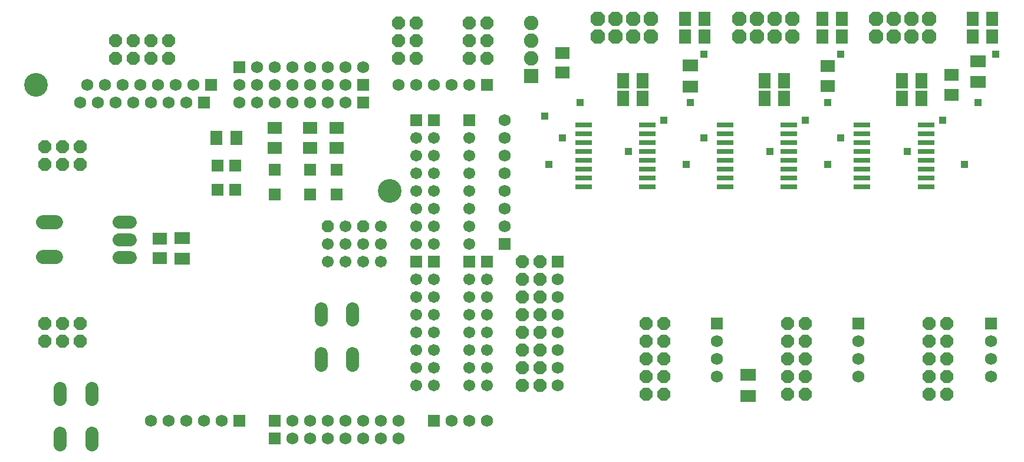
<source format=gts>
G75*
G70*
%OFA0B0*%
%FSLAX24Y24*%
%IPPOS*%
%LPD*%
%AMOC8*
5,1,8,0,0,1.08239X$1,22.5*
%
%ADD10C,0.1340*%
%ADD11R,0.0680X0.0680*%
%ADD12C,0.0680*%
%ADD13OC8,0.0670*%
%ADD14C,0.0670*%
%ADD15R,0.0670X0.0670*%
%ADD16R,0.0946X0.0316*%
%ADD17OC8,0.0820*%
%ADD18R,0.0710X0.0867*%
%ADD19R,0.0710X0.0789*%
%ADD20R,0.0789X0.0710*%
%ADD21R,0.0867X0.0671*%
%ADD22R,0.0820X0.0820*%
%ADD23C,0.0820*%
%ADD24OC8,0.0720*%
%ADD25R,0.0710X0.0790*%
%ADD26R,0.0790X0.0710*%
%ADD27R,0.0671X0.0671*%
%ADD28C,0.0790*%
%ADD29C,0.0720*%
%ADD30R,0.0436X0.0436*%
D10*
X021180Y016380D03*
X001180Y022380D03*
D11*
X010680Y021380D03*
X011080Y022380D03*
X012680Y023380D03*
X019680Y022380D03*
X019680Y021380D03*
X026680Y022380D03*
X027680Y013380D03*
X030680Y012380D03*
X039680Y008880D03*
X047680Y008880D03*
X055180Y008880D03*
X023680Y003380D03*
X014680Y003380D03*
X014680Y002380D03*
X012680Y003380D03*
D12*
X011680Y003380D03*
X010680Y003380D03*
X009680Y003380D03*
X008680Y003380D03*
X007680Y003380D03*
X015680Y003380D03*
X016680Y003380D03*
X017680Y003380D03*
X018680Y003380D03*
X019680Y003380D03*
X020680Y003380D03*
X021680Y003380D03*
X021680Y002380D03*
X020680Y002380D03*
X019680Y002380D03*
X018680Y002380D03*
X017680Y002380D03*
X016680Y002380D03*
X015680Y002380D03*
X024680Y003380D03*
X025680Y003380D03*
X026680Y003380D03*
X030680Y005380D03*
X030680Y006380D03*
X030680Y007380D03*
X030680Y008380D03*
X030680Y009380D03*
X030680Y010380D03*
X030680Y011380D03*
X027680Y014380D03*
X027680Y015380D03*
X027680Y016380D03*
X027680Y017380D03*
X027680Y018380D03*
X027680Y019380D03*
X027680Y020380D03*
X025680Y022380D03*
X024680Y022380D03*
X023680Y022380D03*
X022680Y022380D03*
X021680Y022380D03*
X019680Y023380D03*
X018680Y023380D03*
X017680Y023380D03*
X016680Y023380D03*
X015680Y023380D03*
X014680Y023380D03*
X013680Y023380D03*
X013680Y022380D03*
X012680Y022380D03*
X012680Y021380D03*
X013680Y021380D03*
X014680Y021380D03*
X015680Y021380D03*
X016680Y021380D03*
X017680Y021380D03*
X018680Y021380D03*
X018680Y022380D03*
X017680Y022380D03*
X016680Y022380D03*
X015680Y022380D03*
X014680Y022380D03*
X010080Y022380D03*
X009080Y022380D03*
X008080Y022380D03*
X007080Y022380D03*
X006080Y022380D03*
X005080Y022380D03*
X004080Y022380D03*
X003680Y021380D03*
X004680Y021380D03*
X005680Y021380D03*
X006680Y021380D03*
X007680Y021380D03*
X008680Y021380D03*
X009680Y021380D03*
X039680Y007880D03*
X039680Y006880D03*
X039680Y005880D03*
X047680Y005880D03*
X047680Y006880D03*
X047680Y007880D03*
X055180Y007880D03*
X055180Y006880D03*
X055180Y005880D03*
D13*
X019680Y014380D03*
X017680Y014380D03*
D14*
X018680Y014380D03*
X020680Y014380D03*
X020680Y013380D03*
X019680Y013380D03*
X018680Y013380D03*
X017680Y013380D03*
X017680Y012380D03*
X018680Y012380D03*
X019680Y012380D03*
X020680Y012380D03*
X022680Y013380D03*
X023680Y013380D03*
X025680Y013380D03*
X025680Y014380D03*
X025680Y015380D03*
X023680Y015380D03*
X022680Y015380D03*
X022680Y014380D03*
X023680Y014380D03*
X023680Y016380D03*
X022680Y016380D03*
X022680Y017380D03*
X023680Y017380D03*
X025680Y017380D03*
X025680Y016380D03*
X025680Y018380D03*
X025680Y019380D03*
X023680Y019380D03*
X022680Y019380D03*
X022680Y018380D03*
X023680Y018380D03*
X023680Y011380D03*
X022680Y011380D03*
X022680Y010380D03*
X023680Y010380D03*
X023680Y009380D03*
X022680Y009380D03*
X022680Y008380D03*
X023680Y008380D03*
X023680Y007380D03*
X022680Y007380D03*
X022680Y006380D03*
X023680Y006380D03*
X023680Y005380D03*
X022680Y005380D03*
X025680Y005380D03*
X026680Y005380D03*
X026680Y006380D03*
X025680Y006380D03*
X025680Y007380D03*
X026680Y007380D03*
X026680Y008380D03*
X025680Y008380D03*
X025680Y009380D03*
X026680Y009380D03*
X026680Y010380D03*
X025680Y010380D03*
X025680Y011380D03*
X026680Y011380D03*
D15*
X026680Y012380D03*
X025680Y012380D03*
X023680Y012380D03*
X022680Y012380D03*
X022680Y020380D03*
X023680Y020380D03*
X025680Y020380D03*
D16*
X032119Y020130D03*
X032119Y019630D03*
X032119Y019130D03*
X032119Y018630D03*
X032119Y018130D03*
X032119Y017630D03*
X032119Y017130D03*
X032119Y016630D03*
X035741Y016630D03*
X035741Y017130D03*
X035741Y017630D03*
X035741Y018130D03*
X035741Y018630D03*
X035741Y019130D03*
X035741Y019630D03*
X035741Y020130D03*
X040119Y020130D03*
X040119Y019630D03*
X040119Y019130D03*
X040119Y018630D03*
X040119Y018130D03*
X040119Y017630D03*
X040119Y017130D03*
X040119Y016630D03*
X043741Y016630D03*
X043741Y017130D03*
X043741Y017630D03*
X043741Y018130D03*
X043741Y018630D03*
X043741Y019130D03*
X043741Y019630D03*
X043741Y020130D03*
X047869Y020130D03*
X047869Y019630D03*
X047869Y019130D03*
X047869Y018630D03*
X047869Y018130D03*
X047869Y017630D03*
X047869Y017130D03*
X047869Y016630D03*
X051491Y016630D03*
X051491Y017130D03*
X051491Y017630D03*
X051491Y018130D03*
X051491Y018630D03*
X051491Y019130D03*
X051491Y019630D03*
X051491Y020130D03*
D17*
X051680Y025130D03*
X050680Y025130D03*
X049680Y025130D03*
X048680Y025130D03*
X048680Y026130D03*
X049680Y026130D03*
X050680Y026130D03*
X051680Y026130D03*
X043930Y026130D03*
X042930Y026130D03*
X041930Y026130D03*
X040930Y026130D03*
X040930Y025130D03*
X041930Y025130D03*
X042930Y025130D03*
X043930Y025130D03*
X035930Y025130D03*
X034930Y025130D03*
X033930Y025130D03*
X032930Y025130D03*
X032930Y026130D03*
X033930Y026130D03*
X034930Y026130D03*
X035930Y026130D03*
D18*
X035481Y022630D03*
X034379Y022630D03*
X034379Y021630D03*
X035481Y021630D03*
X042379Y021630D03*
X043481Y021630D03*
X043481Y022630D03*
X042379Y022630D03*
X050129Y022630D03*
X051231Y022630D03*
X051231Y021630D03*
X050129Y021630D03*
D19*
X046731Y025130D03*
X045629Y025130D03*
X045629Y026130D03*
X046731Y026130D03*
X038981Y026130D03*
X037879Y026130D03*
X037879Y025130D03*
X038981Y025130D03*
X054129Y025130D03*
X055231Y025130D03*
X055231Y026130D03*
X054129Y026130D03*
D20*
X045930Y023431D03*
X045930Y022329D03*
X030930Y023079D03*
X030930Y024181D03*
X008180Y013681D03*
X008180Y012579D03*
D21*
X009430Y012539D03*
X009430Y013721D03*
X038180Y022289D03*
X038180Y023471D03*
X054430Y023721D03*
X054430Y022539D03*
X041430Y005971D03*
X041430Y004789D03*
D22*
X029180Y022880D03*
D23*
X029180Y023880D03*
X029180Y024880D03*
X029180Y025880D03*
D24*
X026680Y025880D03*
X025680Y025880D03*
X025680Y024880D03*
X026680Y024880D03*
X026680Y023880D03*
X025680Y023880D03*
X022680Y023880D03*
X021680Y023880D03*
X021680Y024880D03*
X022680Y024880D03*
X022680Y025880D03*
X021680Y025880D03*
X008680Y024880D03*
X007680Y024880D03*
X006680Y024880D03*
X005680Y024880D03*
X005680Y023880D03*
X006680Y023880D03*
X007680Y023880D03*
X008680Y023880D03*
X003680Y018880D03*
X002680Y018880D03*
X001680Y018880D03*
X001680Y017880D03*
X002680Y017880D03*
X003680Y017880D03*
X003680Y008880D03*
X002680Y008880D03*
X001680Y008880D03*
X001680Y007880D03*
X002680Y007880D03*
X003680Y007880D03*
X028680Y007380D03*
X029680Y007380D03*
X029680Y008380D03*
X028680Y008380D03*
X028680Y009380D03*
X029680Y009380D03*
X029680Y010380D03*
X028680Y010380D03*
X028680Y011380D03*
X029680Y011380D03*
X029680Y012380D03*
X028680Y012380D03*
X035680Y008880D03*
X036680Y008880D03*
X036680Y007880D03*
X035680Y007880D03*
X035680Y006880D03*
X036680Y006880D03*
X036680Y005880D03*
X035680Y005880D03*
X035680Y004880D03*
X036680Y004880D03*
X043680Y004880D03*
X044680Y004880D03*
X044680Y005880D03*
X043680Y005880D03*
X043680Y006880D03*
X044680Y006880D03*
X044680Y007880D03*
X043680Y007880D03*
X043680Y008880D03*
X044680Y008880D03*
X051680Y008880D03*
X052680Y008880D03*
X052680Y007880D03*
X051680Y007880D03*
X051680Y006880D03*
X052680Y006880D03*
X052680Y005880D03*
X051680Y005880D03*
X051680Y004880D03*
X052680Y004880D03*
X029680Y005380D03*
X028680Y005380D03*
X028680Y006380D03*
X029680Y006380D03*
D25*
X012490Y019380D03*
X011370Y019380D03*
D26*
X014680Y018820D03*
X016680Y018820D03*
X018180Y018820D03*
X018180Y019940D03*
X016680Y019940D03*
X014680Y019940D03*
X052930Y021820D03*
X052930Y022940D03*
D27*
X018180Y017569D03*
X016680Y017569D03*
X014680Y017569D03*
X012430Y017819D03*
X011430Y017819D03*
X011430Y016441D03*
X012430Y016441D03*
X014680Y016191D03*
X016680Y016191D03*
X018180Y016191D03*
D28*
X002285Y014614D02*
X001575Y014614D01*
X001575Y012646D02*
X002285Y012646D01*
D29*
X002540Y002670D02*
X002540Y002030D01*
X004320Y002030D02*
X004320Y002670D01*
X004320Y004590D02*
X004320Y005230D01*
X002540Y005230D02*
X002540Y004590D01*
X017290Y006530D02*
X017290Y007170D01*
X019070Y007170D02*
X019070Y006530D01*
X019070Y009090D02*
X019070Y009730D01*
X017290Y009730D02*
X017290Y009090D01*
X006500Y012630D02*
X005860Y012630D01*
X005860Y013630D02*
X006500Y013630D01*
X006500Y014630D02*
X005860Y014630D01*
D30*
X030180Y017880D03*
X030930Y019380D03*
X029930Y020630D03*
X031930Y021380D03*
X034680Y018630D03*
X036680Y020380D03*
X038180Y021380D03*
X038930Y019380D03*
X037930Y017880D03*
X042680Y018630D03*
X044680Y020380D03*
X045930Y021380D03*
X046680Y019380D03*
X045930Y017880D03*
X050430Y018630D03*
X052430Y020380D03*
X054430Y021380D03*
X055430Y024130D03*
X046680Y024130D03*
X038930Y024130D03*
X053680Y017880D03*
M02*

</source>
